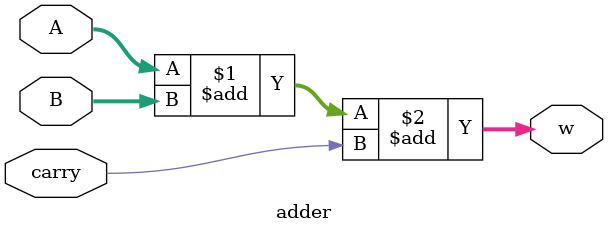
<source format=v>
`timescale 1ns / 1ns
module adder (input signed [15:0]A , B , input carry , output [15:0]w);
	assign w = A + B + carry;
endmodule
</source>
